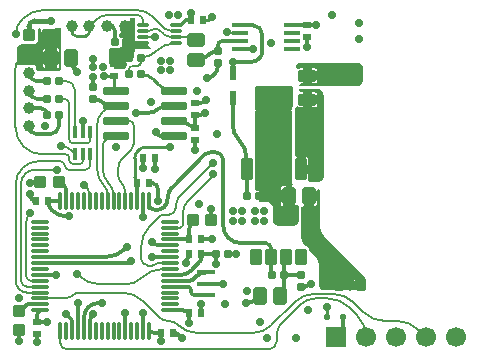
<source format=gtl>
G04 Layer_Physical_Order=1*
G04 Layer_Color=16776960*
%FSLAX43Y43*%
%MOMM*%
G71*
G01*
G75*
%ADD10C,0.300*%
%ADD11C,1.000*%
%ADD12C,1.000*%
%ADD13C,0.200*%
%ADD14C,0.250*%
%ADD15C,0.300*%
%ADD16C,0.200*%
%ADD17C,0.400*%
G04:AMPARAMS|DCode=18|XSize=1.21mm|YSize=1.46mm|CornerRadius=0.151mm|HoleSize=0mm|Usage=FLASHONLY|Rotation=270.000|XOffset=0mm|YOffset=0mm|HoleType=Round|Shape=RoundedRectangle|*
%AMROUNDEDRECTD18*
21,1,1.210,1.157,0,0,270.0*
21,1,0.907,1.460,0,0,270.0*
1,1,0.302,-0.579,-0.454*
1,1,0.302,-0.579,0.454*
1,1,0.302,0.579,0.454*
1,1,0.302,0.579,-0.454*
%
%ADD18ROUNDEDRECTD18*%
G04:AMPARAMS|DCode=19|XSize=0.61mm|YSize=0.6mm|CornerRadius=0.075mm|HoleSize=0mm|Usage=FLASHONLY|Rotation=90.000|XOffset=0mm|YOffset=0mm|HoleType=Round|Shape=RoundedRectangle|*
%AMROUNDEDRECTD19*
21,1,0.610,0.450,0,0,90.0*
21,1,0.460,0.600,0,0,90.0*
1,1,0.150,0.225,0.230*
1,1,0.150,0.225,-0.230*
1,1,0.150,-0.225,-0.230*
1,1,0.150,-0.225,0.230*
%
%ADD19ROUNDEDRECTD19*%
G04:AMPARAMS|DCode=20|XSize=0.61mm|YSize=0.6mm|CornerRadius=0.075mm|HoleSize=0mm|Usage=FLASHONLY|Rotation=0.000|XOffset=0mm|YOffset=0mm|HoleType=Round|Shape=RoundedRectangle|*
%AMROUNDEDRECTD20*
21,1,0.610,0.450,0,0,0.0*
21,1,0.460,0.600,0,0,0.0*
1,1,0.150,0.230,-0.225*
1,1,0.150,-0.230,-0.225*
1,1,0.150,-0.230,0.225*
1,1,0.150,0.230,0.225*
%
%ADD20ROUNDEDRECTD20*%
G04:AMPARAMS|DCode=21|XSize=0.3mm|YSize=1.5mm|CornerRadius=0.037mm|HoleSize=0mm|Usage=FLASHONLY|Rotation=180.000|XOffset=0mm|YOffset=0mm|HoleType=Round|Shape=RoundedRectangle|*
%AMROUNDEDRECTD21*
21,1,0.300,1.425,0,0,180.0*
21,1,0.225,1.500,0,0,180.0*
1,1,0.075,-0.113,0.713*
1,1,0.075,0.113,0.713*
1,1,0.075,0.113,-0.713*
1,1,0.075,-0.113,-0.713*
%
%ADD21ROUNDEDRECTD21*%
G04:AMPARAMS|DCode=22|XSize=0.3mm|YSize=1.5mm|CornerRadius=0.037mm|HoleSize=0mm|Usage=FLASHONLY|Rotation=90.000|XOffset=0mm|YOffset=0mm|HoleType=Round|Shape=RoundedRectangle|*
%AMROUNDEDRECTD22*
21,1,0.300,1.425,0,0,90.0*
21,1,0.225,1.500,0,0,90.0*
1,1,0.075,0.713,0.113*
1,1,0.075,0.713,-0.113*
1,1,0.075,-0.713,-0.113*
1,1,0.075,-0.713,0.113*
%
%ADD22ROUNDEDRECTD22*%
G04:AMPARAMS|DCode=23|XSize=0.4mm|YSize=1.05mm|CornerRadius=0.1mm|HoleSize=0mm|Usage=FLASHONLY|Rotation=0.000|XOffset=0mm|YOffset=0mm|HoleType=Round|Shape=RoundedRectangle|*
%AMROUNDEDRECTD23*
21,1,0.400,0.850,0,0,0.0*
21,1,0.200,1.050,0,0,0.0*
1,1,0.200,0.100,-0.425*
1,1,0.200,-0.100,-0.425*
1,1,0.200,-0.100,0.425*
1,1,0.200,0.100,0.425*
%
%ADD23ROUNDEDRECTD23*%
G04:AMPARAMS|DCode=24|XSize=0.5mm|YSize=0.5mm|CornerRadius=0.063mm|HoleSize=0mm|Usage=FLASHONLY|Rotation=0.000|XOffset=0mm|YOffset=0mm|HoleType=Round|Shape=RoundedRectangle|*
%AMROUNDEDRECTD24*
21,1,0.500,0.375,0,0,0.0*
21,1,0.375,0.500,0,0,0.0*
1,1,0.125,0.188,-0.188*
1,1,0.125,-0.188,-0.188*
1,1,0.125,-0.188,0.188*
1,1,0.125,0.188,0.188*
%
%ADD24ROUNDEDRECTD24*%
G04:AMPARAMS|DCode=25|XSize=0.59mm|YSize=0.6mm|CornerRadius=0.074mm|HoleSize=0mm|Usage=FLASHONLY|Rotation=0.000|XOffset=0mm|YOffset=0mm|HoleType=Round|Shape=RoundedRectangle|*
%AMROUNDEDRECTD25*
21,1,0.590,0.453,0,0,0.0*
21,1,0.443,0.600,0,0,0.0*
1,1,0.147,0.221,-0.226*
1,1,0.147,-0.221,-0.226*
1,1,0.147,-0.221,0.226*
1,1,0.147,0.221,0.226*
%
%ADD25ROUNDEDRECTD25*%
G04:AMPARAMS|DCode=26|XSize=1.21mm|YSize=1.46mm|CornerRadius=0.151mm|HoleSize=0mm|Usage=FLASHONLY|Rotation=180.000|XOffset=0mm|YOffset=0mm|HoleType=Round|Shape=RoundedRectangle|*
%AMROUNDEDRECTD26*
21,1,1.210,1.157,0,0,180.0*
21,1,0.907,1.460,0,0,180.0*
1,1,0.302,-0.454,0.579*
1,1,0.302,0.454,0.579*
1,1,0.302,0.454,-0.579*
1,1,0.302,-0.454,-0.579*
%
%ADD26ROUNDEDRECTD26*%
G04:AMPARAMS|DCode=27|XSize=0.59mm|YSize=0.6mm|CornerRadius=0.074mm|HoleSize=0mm|Usage=FLASHONLY|Rotation=90.000|XOffset=0mm|YOffset=0mm|HoleType=Round|Shape=RoundedRectangle|*
%AMROUNDEDRECTD27*
21,1,0.590,0.453,0,0,90.0*
21,1,0.443,0.600,0,0,90.0*
1,1,0.147,0.226,0.221*
1,1,0.147,0.226,-0.221*
1,1,0.147,-0.226,-0.221*
1,1,0.147,-0.226,0.221*
%
%ADD27ROUNDEDRECTD27*%
G04:AMPARAMS|DCode=28|XSize=0.94mm|YSize=1.03mm|CornerRadius=0.117mm|HoleSize=0mm|Usage=FLASHONLY|Rotation=0.000|XOffset=0mm|YOffset=0mm|HoleType=Round|Shape=RoundedRectangle|*
%AMROUNDEDRECTD28*
21,1,0.940,0.795,0,0,0.0*
21,1,0.705,1.030,0,0,0.0*
1,1,0.235,0.352,-0.398*
1,1,0.235,-0.352,-0.398*
1,1,0.235,-0.352,0.398*
1,1,0.235,0.352,0.398*
%
%ADD28ROUNDEDRECTD28*%
G04:AMPARAMS|DCode=29|XSize=0.94mm|YSize=1.03mm|CornerRadius=0.117mm|HoleSize=0mm|Usage=FLASHONLY|Rotation=90.000|XOffset=0mm|YOffset=0mm|HoleType=Round|Shape=RoundedRectangle|*
%AMROUNDEDRECTD29*
21,1,0.940,0.795,0,0,90.0*
21,1,0.705,1.030,0,0,90.0*
1,1,0.235,0.398,0.352*
1,1,0.235,0.398,-0.352*
1,1,0.235,-0.398,-0.352*
1,1,0.235,-0.398,0.352*
%
%ADD29ROUNDEDRECTD29*%
G04:AMPARAMS|DCode=30|XSize=0.68mm|YSize=2.17mm|CornerRadius=0.085mm|HoleSize=0mm|Usage=FLASHONLY|Rotation=90.000|XOffset=0mm|YOffset=0mm|HoleType=Round|Shape=RoundedRectangle|*
%AMROUNDEDRECTD30*
21,1,0.680,2.000,0,0,90.0*
21,1,0.510,2.170,0,0,90.0*
1,1,0.170,1.000,0.255*
1,1,0.170,1.000,-0.255*
1,1,0.170,-1.000,-0.255*
1,1,0.170,-1.000,0.255*
%
%ADD30ROUNDEDRECTD30*%
G04:AMPARAMS|DCode=31|XSize=1.05mm|YSize=1.07mm|CornerRadius=0.131mm|HoleSize=0mm|Usage=FLASHONLY|Rotation=180.000|XOffset=0mm|YOffset=0mm|HoleType=Round|Shape=RoundedRectangle|*
%AMROUNDEDRECTD31*
21,1,1.050,0.807,0,0,180.0*
21,1,0.787,1.070,0,0,180.0*
1,1,0.263,-0.394,0.404*
1,1,0.263,0.394,0.404*
1,1,0.263,0.394,-0.404*
1,1,0.263,-0.394,-0.404*
%
%ADD31ROUNDEDRECTD31*%
G04:AMPARAMS|DCode=32|XSize=1.53mm|YSize=1.02mm|CornerRadius=0.128mm|HoleSize=0mm|Usage=FLASHONLY|Rotation=0.000|XOffset=0mm|YOffset=0mm|HoleType=Round|Shape=RoundedRectangle|*
%AMROUNDEDRECTD32*
21,1,1.530,0.765,0,0,0.0*
21,1,1.275,1.020,0,0,0.0*
1,1,0.255,0.637,-0.383*
1,1,0.255,-0.637,-0.383*
1,1,0.255,-0.637,0.383*
1,1,0.255,0.637,0.383*
%
%ADD32ROUNDEDRECTD32*%
G04:AMPARAMS|DCode=33|XSize=1.26mm|YSize=0.58mm|CornerRadius=0.072mm|HoleSize=0mm|Usage=FLASHONLY|Rotation=90.000|XOffset=0mm|YOffset=0mm|HoleType=Round|Shape=RoundedRectangle|*
%AMROUNDEDRECTD33*
21,1,1.260,0.435,0,0,90.0*
21,1,1.115,0.580,0,0,90.0*
1,1,0.145,0.217,0.557*
1,1,0.145,0.217,-0.557*
1,1,0.145,-0.217,-0.557*
1,1,0.145,-0.217,0.557*
%
%ADD33ROUNDEDRECTD33*%
G04:AMPARAMS|DCode=34|XSize=0.97mm|YSize=1.85mm|CornerRadius=0.121mm|HoleSize=0mm|Usage=FLASHONLY|Rotation=0.000|XOffset=0mm|YOffset=0mm|HoleType=Round|Shape=RoundedRectangle|*
%AMROUNDEDRECTD34*
21,1,0.970,1.607,0,0,0.0*
21,1,0.728,1.850,0,0,0.0*
1,1,0.242,0.364,-0.804*
1,1,0.242,-0.364,-0.804*
1,1,0.242,-0.364,0.804*
1,1,0.242,0.364,0.804*
%
%ADD34ROUNDEDRECTD34*%
G04:AMPARAMS|DCode=35|XSize=3.27mm|YSize=1.85mm|CornerRadius=0.231mm|HoleSize=0mm|Usage=FLASHONLY|Rotation=0.000|XOffset=0mm|YOffset=0mm|HoleType=Round|Shape=RoundedRectangle|*
%AMROUNDEDRECTD35*
21,1,3.270,1.387,0,0,0.0*
21,1,2.808,1.850,0,0,0.0*
1,1,0.463,1.404,-0.694*
1,1,0.463,-1.404,-0.694*
1,1,0.463,-1.404,0.694*
1,1,0.463,1.404,0.694*
%
%ADD35ROUNDEDRECTD35*%
%ADD36R,1.600X0.300*%
G04:AMPARAMS|DCode=37|XSize=1.372mm|YSize=0.406mm|CornerRadius=0.051mm|HoleSize=0mm|Usage=FLASHONLY|Rotation=0.000|XOffset=0mm|YOffset=0mm|HoleType=Round|Shape=RoundedRectangle|*
%AMROUNDEDRECTD37*
21,1,1.372,0.305,0,0,0.0*
21,1,1.270,0.406,0,0,0.0*
1,1,0.102,0.635,-0.152*
1,1,0.102,-0.635,-0.152*
1,1,0.102,-0.635,0.152*
1,1,0.102,0.635,0.152*
%
%ADD37ROUNDEDRECTD37*%
G04:AMPARAMS|DCode=38|XSize=0.3mm|YSize=1mm|CornerRadius=0.037mm|HoleSize=0mm|Usage=FLASHONLY|Rotation=90.000|XOffset=0mm|YOffset=0mm|HoleType=Round|Shape=RoundedRectangle|*
%AMROUNDEDRECTD38*
21,1,0.300,0.925,0,0,90.0*
21,1,0.225,1.000,0,0,90.0*
1,1,0.075,0.463,0.113*
1,1,0.075,0.463,-0.113*
1,1,0.075,-0.463,-0.113*
1,1,0.075,-0.463,0.113*
%
%ADD38ROUNDEDRECTD38*%
%ADD39C,0.500*%
%ADD40C,1.700*%
%ADD41R,1.700X1.700*%
G04:AMPARAMS|DCode=42|XSize=1mm|YSize=1.4mm|CornerRadius=0.125mm|HoleSize=0mm|Usage=FLASHONLY|Rotation=0.000|XOffset=0mm|YOffset=0mm|HoleType=Round|Shape=RoundedRectangle|*
%AMROUNDEDRECTD42*
21,1,1.000,1.150,0,0,0.0*
21,1,0.750,1.400,0,0,0.0*
1,1,0.250,0.375,-0.575*
1,1,0.250,-0.375,-0.575*
1,1,0.250,-0.375,0.575*
1,1,0.250,0.375,0.575*
%
%ADD42ROUNDEDRECTD42*%
%ADD43C,0.700*%
G36*
X-18755Y7625D02*
X-18644D01*
X-18441Y7541D01*
X-18284Y7384D01*
X-18230Y7253D01*
X-18200Y7070D01*
Y7070D01*
X-18200Y7070D01*
X-18200Y7070D01*
X-18200Y315D01*
Y203D01*
X-18286Y-5D01*
X-18445Y-164D01*
X-18653Y-250D01*
X-19401D01*
X-19513Y-70D01*
X-19514Y-50D01*
X-19499Y22D01*
Y426D01*
X-20089D01*
Y826D01*
X-20489D01*
Y1896D01*
X-20600Y2019D01*
X-20600Y6047D01*
X-20590Y6062D01*
X-20581Y6105D01*
X-20513Y6140D01*
X-20364Y6171D01*
X-20326Y6146D01*
X-20237Y6128D01*
X-20000D01*
Y6742D01*
Y7357D01*
X-20142D01*
X-20282Y7514D01*
X-20292Y7550D01*
X-20276Y7602D01*
X-20219Y7625D01*
X-20125Y7625D01*
X-20125Y7625D01*
X-18755Y7625D01*
D02*
G37*
G36*
X-15375Y9875D02*
X-15276Y9875D01*
X-15092Y9799D01*
X-14951Y9658D01*
X-14910Y9558D01*
X-14875Y9375D01*
Y9375D01*
X-14875Y9375D01*
X-14875Y9375D01*
X-14875Y8375D01*
X-14875Y8276D01*
X-14951Y8092D01*
X-15092Y7951D01*
X-15190Y7911D01*
X-15375Y7875D01*
X-15375Y7875D01*
X-15375Y7875D01*
X-20101Y7875D01*
X-20200Y7875D01*
X-20249Y7895D01*
X-20272Y7948D01*
X-20268Y7972D01*
X-20139Y8143D01*
X-20000D01*
Y8757D01*
Y9372D01*
X-20237D01*
X-20326Y9354D01*
X-20534Y9438D01*
X-20575Y9555D01*
X-20528Y9669D01*
X-20394Y9803D01*
X-20219Y9875D01*
X-20125D01*
X-20125Y9875D01*
X-15375Y9875D01*
D02*
G37*
G36*
X-18500Y-900D02*
X-18500Y-900D01*
X-18500Y-900D01*
X-18500Y-3917D01*
X-18493Y-4055D01*
X-18439Y-4326D01*
X-18334Y-4580D01*
X-18181Y-4810D01*
X-18088Y-4912D01*
X-16477Y-6523D01*
X-14912Y-8088D01*
X-14834Y-8166D01*
X-14713Y-8348D01*
X-14629Y-8551D01*
X-14601Y-8689D01*
X-14586Y-8876D01*
Y-8876D01*
X-14586Y-8876D01*
X-14586Y-8876D01*
X-14586Y-9086D01*
X-14586Y-9168D01*
X-14649Y-9320D01*
X-14765Y-9437D01*
X-14817Y-9458D01*
X-15000Y-9500D01*
X-15372D01*
X-15425Y-9400D01*
X-16575D01*
X-16628Y-9500D01*
X-16699D01*
X-17006Y-9426D01*
X-17452Y-9391D01*
Y-9394D01*
X-18365D01*
X-18530Y-9229D01*
X-18625Y-8999D01*
X-18625Y-8875D01*
X-18625D01*
Y-7319D01*
X-18631Y-7196D01*
X-18679Y-6954D01*
X-18773Y-6726D01*
X-18869Y-6583D01*
X-18910Y-6521D01*
X-18993Y-6430D01*
X-18993Y-6430D01*
X-19458Y-5965D01*
X-19476Y-5873D01*
X-19548Y-5766D01*
X-19656Y-5694D01*
X-19748Y-5676D01*
X-19827Y-5596D01*
X-19961Y-5396D01*
X-20053Y-5173D01*
X-20100Y-4937D01*
Y-4817D01*
X-20100Y-4817D01*
X-20100Y-2405D01*
X-20094Y-2393D01*
X-19914Y-2254D01*
X-19860D01*
Y-1419D01*
X-19460D01*
Y-1019D01*
X-18750D01*
Y-926D01*
X-18592Y-806D01*
X-18589Y-806D01*
X-18500Y-900D01*
D02*
G37*
G36*
X-21900Y5893D02*
X-20996D01*
X-20875Y5793D01*
X-20875Y1475D01*
X-20875Y-244D01*
X-20868Y-319D01*
X-20840Y-384D01*
X-20932Y-562D01*
X-20958Y-584D01*
X-21604D01*
X-21702Y-604D01*
X-21785Y-659D01*
X-21840Y-742D01*
X-21860Y-840D01*
Y-919D01*
X-21150D01*
Y-1419D01*
X-20650D01*
Y-2245D01*
X-20598Y-2235D01*
X-20526Y-2187D01*
X-20465Y-2200D01*
X-20326Y-2256D01*
X-20326Y-3451D01*
X-20326Y-3560D01*
X-20410Y-3762D01*
X-20564Y-3917D01*
X-20688Y-3968D01*
X-20875Y-4000D01*
X-21075Y-4000D01*
X-21975Y-4000D01*
X-22079Y-4000D01*
X-22272Y-3920D01*
X-22420Y-3772D01*
X-22500Y-3579D01*
X-22500Y-3475D01*
X-22500Y-3475D01*
X-22500Y-2450D01*
X-22510Y-2348D01*
X-22588Y-2158D01*
X-22733Y-2013D01*
X-22839Y-1970D01*
X-22844Y-1967D01*
X-22844Y-1967D01*
X-22923Y-1935D01*
X-23025Y-1925D01*
X-23025Y-1925D01*
X-23236Y-1925D01*
X-23240Y-1919D01*
X-23711D01*
Y-1016D01*
X-23941D01*
X-24050Y-834D01*
Y-111D01*
X-24045Y-103D01*
X-24020Y22D01*
Y1630D01*
X-24045Y1755D01*
X-24050Y1763D01*
X-24050Y5756D01*
X-24026Y5790D01*
X-23850Y5902D01*
X-23804Y5893D01*
X-22900D01*
Y6924D01*
X-21900D01*
Y5893D01*
D02*
G37*
G36*
X-34200Y11900D02*
X-34183D01*
X-34166Y11816D01*
X-34113Y11737D01*
X-34062Y11703D01*
X-34062Y11703D01*
X-34035Y11684D01*
X-33942Y11666D01*
X-33480D01*
Y11521D01*
X-33080D01*
Y11259D01*
X-33017D01*
X-32854Y11136D01*
X-32883Y11010D01*
X-34200D01*
Y10806D01*
X-34275Y10757D01*
Y10300D01*
X-34675D01*
Y9900D01*
X-34933D01*
X-34907Y9867D01*
X-34886Y9824D01*
X-34851Y9697D01*
X-34942Y9561D01*
X-34977Y9383D01*
X-35012Y9376D01*
X-35103Y9316D01*
X-35111Y9304D01*
X-35441Y9304D01*
X-35482Y9353D01*
X-35965D01*
Y9753D01*
X-36365D01*
Y10248D01*
X-36400Y10284D01*
Y11004D01*
X-36208Y11115D01*
X-36200Y11115D01*
X-36100Y11095D01*
X-35640D01*
X-35533Y11116D01*
X-35442Y11177D01*
X-35430Y11194D01*
X-35352Y11215D01*
X-35270Y11224D01*
Y11600D01*
Y11868D01*
X-35265Y11893D01*
X-35226Y11951D01*
X-35188Y11976D01*
X-35215Y11970D01*
X-35352Y11985D01*
X-35430Y12006D01*
X-35442Y12023D01*
X-35513Y12071D01*
Y12317D01*
X-35313Y12424D01*
X-35445Y12512D01*
Y12966D01*
X-35045D01*
Y13366D01*
X-34591D01*
X-34612Y13399D01*
X-34633Y13413D01*
X-34573Y13613D01*
X-34200D01*
Y11900D01*
D02*
G37*
G36*
X-40445Y12800D02*
Y9455D01*
X-40445Y9455D01*
X-40445Y9404D01*
X-40484Y9311D01*
X-40556Y9239D01*
X-40649Y9200D01*
X-40700Y9200D01*
X-42366Y9200D01*
X-42402Y9200D01*
X-42468Y9227D01*
X-42518Y9277D01*
X-42545Y9343D01*
X-42545Y9379D01*
X-42545Y9501D01*
X-42545Y9501D01*
X-42545Y9501D01*
X-42549Y9540D01*
X-42578Y9612D01*
X-42578Y9612D01*
X-42582Y9615D01*
X-42633Y9667D01*
X-42705Y9696D01*
X-42744Y9700D01*
X-43129Y9700D01*
X-43175Y9706D01*
X-43221Y9700D01*
X-44145Y9700D01*
X-44145Y10979D01*
X-44145Y10979D01*
X-44133Y11101D01*
X-44073Y11246D01*
X-43941Y11378D01*
X-43767Y11450D01*
X-43674Y11450D01*
X-42705D01*
X-42646Y11456D01*
X-42536Y11501D01*
X-42451Y11586D01*
X-42406Y11695D01*
X-42400Y11755D01*
X-42400Y12670D01*
X-42299Y12772D01*
X-42214Y12772D01*
X-42156Y12690D01*
X-42141Y12663D01*
X-42149Y12623D01*
Y11828D01*
X-42132Y11743D01*
X-42084Y11671D01*
X-42075Y11664D01*
Y12225D01*
X-41575D01*
Y12725D01*
X-40981D01*
X-40955Y12772D01*
X-40927Y12800D01*
X-40445Y12800D01*
D02*
G37*
%LPC*%
G36*
X-19689Y1848D02*
Y1226D01*
X-19499D01*
Y1630D01*
X-19516Y1716D01*
X-19565Y1789D01*
X-19639Y1838D01*
X-19689Y1848D01*
D02*
G37*
G36*
X-18734Y6342D02*
X-19200D01*
Y6128D01*
X-18962D01*
X-18874Y6146D01*
X-18798Y6196D01*
X-18748Y6271D01*
X-18734Y6342D01*
D02*
G37*
G36*
X-18962Y7357D02*
X-19200D01*
Y7142D01*
X-18734D01*
X-18748Y7214D01*
X-18798Y7289D01*
X-18874Y7339D01*
X-18962Y7357D01*
D02*
G37*
G36*
X-15600Y9454D02*
Y9400D01*
X-15546D01*
X-15567Y9433D01*
X-15600Y9454D01*
D02*
G37*
G36*
X-16400D02*
X-16433Y9433D01*
X-16454Y9400D01*
X-16400D01*
Y9454D01*
D02*
G37*
G36*
X-18734Y8357D02*
X-19200D01*
Y8143D01*
X-18962D01*
X-18874Y8161D01*
X-18798Y8211D01*
X-18748Y8286D01*
X-18734Y8357D01*
D02*
G37*
G36*
X-16400Y8600D02*
X-16454D01*
X-16433Y8567D01*
X-16400Y8546D01*
Y8600D01*
D02*
G37*
G36*
X-18962Y9372D02*
X-19200D01*
Y9157D01*
X-18734D01*
X-18748Y9229D01*
X-18798Y9304D01*
X-18874Y9354D01*
X-18962Y9372D01*
D02*
G37*
G36*
X-15546Y8600D02*
X-15600D01*
Y8546D01*
X-15567Y8567D01*
X-15546Y8600D01*
D02*
G37*
G36*
X-15600Y-8546D02*
Y-8600D01*
X-15546D01*
X-15567Y-8567D01*
X-15600Y-8546D01*
D02*
G37*
G36*
X-16400D02*
X-16433Y-8567D01*
X-16454Y-8600D01*
X-16400D01*
Y-8546D01*
D02*
G37*
G36*
X-18750Y-1819D02*
X-19060D01*
Y-2254D01*
X-19006D01*
X-18908Y-2235D01*
X-18825Y-2179D01*
X-18770Y-2096D01*
X-18750Y-1998D01*
Y-1819D01*
D02*
G37*
G36*
X-22900Y1805D02*
X-22923Y1789D01*
X-22972Y1716D01*
X-22989Y1630D01*
Y1326D01*
X-22900D01*
Y1805D01*
D02*
G37*
G36*
X-21900D02*
Y1326D01*
X-21811D01*
Y1630D01*
X-21828Y1716D01*
X-21877Y1789D01*
X-21900Y1805D01*
D02*
G37*
G36*
X-21811Y326D02*
X-21900D01*
Y-153D01*
X-21877Y-137D01*
X-21828Y-64D01*
X-21811Y22D01*
Y326D01*
D02*
G37*
G36*
X-22900D02*
X-22989D01*
Y22D01*
X-22972Y-64D01*
X-22923Y-137D01*
X-22900Y-153D01*
Y326D01*
D02*
G37*
G36*
X-21650Y-1919D02*
X-21860D01*
Y-1998D01*
X-21840Y-2096D01*
X-21785Y-2179D01*
X-21702Y-2235D01*
X-21650Y-2245D01*
Y-1919D01*
D02*
G37*
G36*
X-34591Y12566D02*
X-34645D01*
Y12512D01*
X-34612Y12534D01*
X-34591Y12566D01*
D02*
G37*
G36*
X-41029Y11725D02*
X-41075D01*
Y11664D01*
X-41066Y11671D01*
X-41029Y11725D01*
D02*
G37*
G36*
X-41790Y9750D02*
X-42000D01*
Y9671D01*
X-41980Y9573D01*
X-41925Y9490D01*
X-41842Y9435D01*
X-41790Y9424D01*
Y9750D01*
D02*
G37*
G36*
X-40580D02*
X-40790D01*
Y9424D01*
X-40738Y9435D01*
X-40655Y9490D01*
X-40600Y9573D01*
X-40580Y9671D01*
Y9750D01*
D02*
G37*
G36*
X-40790Y11076D02*
Y10750D01*
X-40580D01*
Y10829D01*
X-40600Y10927D01*
X-40655Y11010D01*
X-40738Y11065D01*
X-40790Y11076D01*
D02*
G37*
G36*
X-41790Y11076D02*
X-41842Y11065D01*
X-41925Y11010D01*
X-41980Y10927D01*
X-42000Y10829D01*
Y10750D01*
X-41790D01*
Y11076D01*
D02*
G37*
%LPD*%
D10*
X-24303Y9950D02*
G03*
X-23411Y10842I0J892D01*
G01*
X-19623Y11239D02*
G03*
X-19600Y11215I24J0D01*
G01*
X-23411Y12239D02*
G03*
X-24200Y13028I-789J0D01*
G01*
X-40000Y-935D02*
G03*
X-40655Y-280I-655J0D01*
G01*
X-41600Y5446D02*
G03*
X-42154Y6000I-554J0D01*
G01*
X-28535Y-6350D02*
G03*
X-28575Y-6390I0J-40D01*
G01*
X-30250Y-8100D02*
G03*
X-29482Y-7782I0J1086D01*
G01*
X-39500Y-12091D02*
G03*
X-39600Y-11850I-341J0D01*
G01*
X-28981Y10127D02*
G03*
X-27857Y10593I0J1589D01*
G01*
X-35870Y12491D02*
G03*
X-36545Y13166I-675J0D01*
G01*
X-43175Y7500D02*
G03*
X-42475Y6800I700J0D01*
G01*
X-43175Y9000D02*
G03*
X-42475Y8300I700J0D01*
G01*
X-29280Y-3480D02*
G03*
X-29595Y-4240I760J-760D01*
G01*
X-33500Y973D02*
G03*
X-33477Y917I80J0D01*
G01*
X-43254Y-10600D02*
G03*
X-43375Y-10650I0J-171D01*
G01*
X-29450Y-9525D02*
G03*
X-29175Y-9800I275J0D01*
G01*
X-29450Y-9375D02*
G03*
X-29725Y-9100I-275J0D01*
G01*
X-40000Y-11350D02*
G03*
X-39929Y-11521I241J0D01*
G01*
X-17165Y-13400D02*
G03*
X-16535Y-12770I0J630D01*
G01*
X-21910Y-9900D02*
G03*
X-21600Y-9590I0J310D01*
G01*
X-44025Y-11200D02*
G03*
X-43854Y-11129I0J241D01*
G01*
X-24800Y-10500D02*
G03*
X-23776Y-10076I0J1449D01*
G01*
X-28620Y-5220D02*
G03*
X-28570Y-5100I-119J119D01*
G01*
X-29546Y-8600D02*
G03*
X-29305Y-8500I0J341D01*
G01*
X-28150Y-7900D02*
G03*
X-29097Y-8292I0J-1340D01*
G01*
X-28646Y-6946D02*
G03*
X-28575Y-6775I-171J171D01*
G01*
X-38146Y-10846D02*
G03*
X-38500Y-11700I854J-854D01*
G01*
X-37376Y-10500D02*
G03*
X-38100Y-10800I0J-1024D01*
G01*
X-29611Y4586D02*
G03*
X-29100Y4374I510J510D01*
G01*
X-29611Y4586D02*
G03*
X-30452Y4934I-842J-842D01*
G01*
X-28641Y5449D02*
G03*
X-28217Y5625I0J601D01*
G01*
X-36920Y6500D02*
G03*
X-37644Y6800I-724J-724D01*
G01*
X-36920Y6500D02*
G03*
X-36196Y6200I724J724D01*
G01*
X-21428Y-6575D02*
G03*
X-21600Y-6747I0J-172D01*
G01*
X-37700Y-11400D02*
G03*
X-38000Y-12124I724J-724D01*
G01*
X-36752Y-6600D02*
G03*
X-34956Y-5856I0J2540D01*
G01*
X-22698Y-8002D02*
G03*
X-22600Y-8100I98J0D01*
G01*
X-26716Y-3924D02*
G03*
X-25240Y-5400I1476J0D01*
G01*
X-22698Y-5802D02*
G03*
X-23100Y-5400I-402J0D01*
G01*
X-26716Y1616D02*
G03*
X-27400Y2300I-684J0D01*
G01*
X-31744Y-2400D02*
G03*
X-31400Y-1570I-830J830D01*
G01*
X-31084Y-736D02*
G03*
X-31400Y-1500I764J-764D01*
G01*
X-32227Y-2600D02*
G03*
X-31744Y-2400I0J683D01*
G01*
X-27769Y2300D02*
G03*
X-28245Y2103I0J-673D01*
G01*
X-33000Y-2129D02*
G03*
X-32529Y-2600I471J0D01*
G01*
X-25886Y4468D02*
G03*
X-25450Y3415I1489J0D01*
G01*
X-24711Y1631D02*
G03*
X-25450Y3415I-2523J0D01*
G01*
X-27255Y10842D02*
G03*
X-27857Y10593I0J-852D01*
G01*
X-26768Y11707D02*
G03*
X-27175Y11300I0J-407D01*
G01*
X-42250Y-11100D02*
G03*
X-42500Y-11704I604J-604D01*
G01*
X-41550Y-1850D02*
G03*
X-41232Y-2618I1086J0D01*
G01*
D02*
G03*
X-39948Y-3150I1284J1284D01*
G01*
X-33000Y-12850D02*
G03*
X-32529Y-13045I471J471D01*
G01*
X-29595Y-11325D02*
G03*
X-30138Y-11100I-543J-543D01*
G01*
X-19783Y-9100D02*
G03*
X-19300Y-8900I0J683D01*
G01*
X-28581Y6474D02*
G03*
X-28217Y6625I0J515D01*
G01*
X-28121Y8592D02*
G03*
X-28066Y8594I0J946D01*
G01*
D02*
G03*
X-27175Y9539I-55J945D01*
G01*
X-43100Y-1325D02*
G03*
X-42575Y-1850I525J0D01*
G01*
X-43080Y-280D02*
G03*
X-43100Y-300I0J-20D01*
G01*
X-43175Y4500D02*
G03*
X-42475Y3800I700J0D01*
G01*
X-32776Y-5300D02*
G03*
X-32052Y-5600I724J724D01*
G01*
X-41400Y3800D02*
G03*
X-40600Y4600I0J800D01*
G01*
X-32243Y-789D02*
G03*
X-32682Y-350I-439J0D01*
G01*
X-33113Y5600D02*
G03*
X-32147Y6000I0J1366D01*
G01*
X-32475Y905D02*
G03*
X-32450Y845I85J0D01*
G01*
X-32400Y4000D02*
G03*
X-32064Y3664I336J0D01*
G01*
X-31654Y6204D02*
G03*
X-32147Y6000I0J-697D01*
G01*
X-25886Y8955D02*
Y9950D01*
X-24303D01*
X-23411Y10842D02*
Y12239D01*
X-25886Y8755D02*
Y8955D01*
X-19623Y11239D02*
Y12003D01*
X-20891Y13028D02*
X-18844D01*
X-18835Y13038D01*
X-25259Y13028D02*
X-24200D01*
X-40000Y-1850D02*
Y-935D01*
X-38600Y3963D02*
Y4953D01*
X-38600Y3963D02*
X-38600Y3963D01*
X-43175Y6000D02*
X-42154D01*
X-28535Y-6350D02*
X-27325D01*
X-28575Y-6775D02*
Y-6390D01*
X-29482Y-7782D02*
X-28646Y-6946D01*
X-31250Y-8100D02*
X-30250D01*
X-42250Y-8100D02*
X-40912D01*
X-42250Y-8100D02*
X-42250Y-8100D01*
X-43200Y12200D02*
X-43175Y12225D01*
X-39500Y-12850D02*
Y-12091D01*
X-35870Y11600D02*
Y12491D01*
X-36545Y12966D02*
X-36500Y12921D01*
X-42475Y6800D02*
X-41600D01*
X-42475Y8300D02*
X-41600D01*
X-29595Y-5100D02*
Y-4240D01*
X-33500Y973D02*
Y1800D01*
X-43254Y-10600D02*
X-42250D01*
X-43375Y-10650D02*
X-43375Y-10650D01*
X-43854Y-11129D02*
X-43375Y-10650D01*
X-27325Y-7183D02*
X-27325Y-6350D01*
X-29450Y-9525D02*
Y-9375D01*
X-29175Y-9800D02*
X-28150D01*
X-31250Y-9100D02*
X-29725D01*
X-32000Y-13683D02*
Y-13050D01*
X-32005Y-13045D02*
X-32000Y-13050D01*
X-39000Y-12850D02*
Y-10500D01*
X-39000Y-10500D02*
X-39000Y-10500D01*
X-39500Y-12850D02*
X-39500Y-12850D01*
X-21600Y-9590D02*
Y-8100D01*
X-37700Y7800D02*
X-37700Y8683D01*
X-27760Y-3440D02*
X-27760Y-2557D01*
X-29100Y5449D02*
Y5449D01*
Y5449D01*
X-29100Y5449D02*
X-29100Y5449D01*
X-29100Y5449D02*
X-29100D01*
X-21600Y-8100D02*
X-20158D01*
X-42500Y-12095D02*
X-41617Y-12095D01*
X-28570Y-5100D02*
X-27687Y-5100D01*
X-31250Y-5100D02*
X-29595D01*
X-28150Y-8850D02*
X-26700D01*
X-44025Y-13683D02*
X-44025Y-12800D01*
X-35000Y-12850D02*
X-35000Y-11324D01*
X-33500Y-12850D02*
X-33500Y-11324D01*
X-16535Y-12770D02*
Y-11700D01*
X-28570Y-11325D02*
X-28545Y-11300D01*
X-28581Y-11264D02*
Y-10600D01*
X-23776Y-10076D02*
X-23600Y-9900D01*
X-42500Y-13120D02*
X-42500Y-13120D01*
X-42500Y-13800D02*
Y-13120D01*
X-25650Y-6350D02*
X-25650Y-6350D01*
X-29620Y-6375D02*
X-29588Y-6413D01*
X-31250Y-8600D02*
X-29546D01*
X-29305Y-8500D02*
X-29097Y-8292D01*
X-29868Y-7056D02*
X-29620Y-6375D01*
X-38500Y-12850D02*
Y-11700D01*
X-38146Y-10846D02*
X-38100Y-10800D01*
X-33500Y-2231D02*
X-33500D01*
Y-3176D02*
Y-2231D01*
Y-3276D02*
Y-3176D01*
X-40600Y4600D02*
Y5446D01*
X-30890Y4934D02*
X-30452D01*
X-29100Y4374D02*
Y5449D01*
Y5449D02*
X-28641D01*
X-42250Y-6600D02*
X-36752D01*
X-38000Y-12850D02*
Y-12124D01*
X-42250Y-7100D02*
X-34700D01*
X-37700Y6800D02*
X-37644D01*
X-36196Y6200D02*
X-35867D01*
X-21600Y-8100D02*
Y-6747D01*
X-32776Y-6600D02*
X-31250D01*
X-34700Y-7100D02*
X-34500Y-6900D01*
X-34369D01*
X-37376Y-10500D02*
X-37000D01*
X-40025Y-11425D02*
X-39600Y-11850D01*
X-28067Y8592D02*
X-28000Y8525D01*
X-27175Y9539D02*
Y9842D01*
X-28161Y6700D02*
X-28152Y6690D01*
X-28200Y6700D02*
X-28161D01*
X-29481Y13436D02*
Y14099D01*
X-29482Y14100D02*
X-29481Y14099D01*
X-30680Y13021D02*
X-30254D01*
X-29839Y13436D01*
X-29481D01*
X-34956Y-5856D02*
X-34878Y-5778D01*
X-33000Y-2129D02*
Y-1850D01*
X-22698Y-8102D02*
Y-8002D01*
Y-6575D01*
Y-5802D01*
X-25240Y-5400D02*
X-23100D01*
X-29100Y2431D02*
X-29100Y2432D01*
Y3349D01*
X-26716Y-3924D02*
Y1616D01*
X-31400Y-1570D02*
Y-1500D01*
X-31084Y-736D02*
X-28245Y2103D01*
X-27769Y2300D02*
X-27400D01*
X-32529Y-2600D02*
X-32227D01*
X-24711Y-1419D02*
Y826D01*
X-25886Y4468D02*
Y6899D01*
X-24711Y826D02*
Y1631D01*
X-27255Y10842D02*
X-27175D01*
Y11300D01*
X-26768Y11707D02*
X-25559D01*
X-42500Y-12095D02*
Y-11704D01*
X-39948Y-3150D02*
X-39754D01*
X-41550Y-1850D02*
X-40500D01*
X-34000Y-1850D02*
Y-350D01*
X-32529Y-13045D02*
X-32005D01*
X-29595Y-12208D02*
X-29595Y-11325D01*
X-31250Y-11100D02*
X-30138D01*
X-20158Y-9100D02*
X-19783D01*
X-29100Y6474D02*
X-28581D01*
X-28217Y6625D02*
X-28217Y6625D01*
X-28152Y6690D01*
X-26375Y-6350D02*
X-25650D01*
X-28121Y8592D02*
Y8765D01*
Y8592D02*
X-28067D01*
X-28066Y8594D01*
X-28121Y8592D02*
X-28000Y8714D01*
X-28066Y8594D02*
X-28000Y8660D01*
X-42699Y-1974D02*
X-42575Y-1850D01*
X-43100Y-1325D02*
Y-1292D01*
X-43080Y-280D02*
X-42255D01*
X-32975Y-350D02*
X-32682D01*
X-42475Y3800D02*
X-41400D01*
X-39600Y10250D02*
X-39550Y10300D01*
X-34100Y5600D02*
X-33113D01*
X-28581Y-11264D02*
X-28545Y-11300D01*
X-32052Y-5600D02*
X-31250D01*
X-32243Y-1819D02*
Y-789D01*
X-32475Y905D02*
Y1800D01*
X-32064Y3664D02*
X-30890D01*
X-31654Y6204D02*
X-30890D01*
X-25259Y11047D02*
X-24200D01*
D11*
X-21975Y2105D02*
G03*
X-21600Y1200I1280J0D01*
G01*
X-21911Y-125D02*
G03*
X-21900Y-153I39J0D01*
G01*
X-22761Y-45D02*
G03*
X-22400Y826I-871J871D01*
G01*
X-23500Y6000D02*
G03*
X-23200Y6124I0J424D01*
G01*
X-21496Y6020D02*
G03*
X-21400Y5980I96J96D01*
G01*
X-21911Y-125D02*
Y783D01*
X-21975Y2105D02*
Y2300D01*
X-23200Y6124D02*
X-22400Y6924D01*
X-23200Y6124D02*
X-23200Y6124D01*
X-21496Y6020D02*
X-21496Y6020D01*
X-22400Y6924D02*
X-21496Y6020D01*
X-23291Y1632D02*
X-22962Y1303D01*
X-23391Y1632D02*
X-23291Y1632D01*
D12*
X-23200Y6124D02*
D03*
X-21496Y6020D02*
D03*
X-16000Y9000D02*
D03*
Y-9000D02*
D03*
X-35045Y12966D02*
D03*
X-36545D02*
D03*
X-39545D02*
D03*
X-38045D02*
D03*
X-43175Y4500D02*
D03*
Y6000D02*
D03*
Y7500D02*
D03*
Y10500D02*
D03*
Y9000D02*
D03*
D13*
X-26400Y12468D02*
G03*
X-26159Y12368I241J241D01*
G01*
X-40100Y1100D02*
G03*
X-40524Y1524I-424J0D01*
G01*
X-38400Y800D02*
G03*
X-37950Y1250I0J450D01*
G01*
X-40100Y1100D02*
G03*
X-39800Y800I300J0D01*
G01*
X-42342Y1524D02*
G03*
X-44277Y-411I0J-1935D01*
G01*
Y-8623D02*
G03*
X-43300Y-9600I977J0D01*
G01*
X-39569Y2432D02*
G03*
X-40458Y2800I-889J-889D01*
G01*
X-42641Y800D02*
G03*
X-43832Y-391I0J-1191D01*
G01*
Y-8568D02*
G03*
X-43300Y-9100I532J0D01*
G01*
X-43050Y-2850D02*
G03*
X-43400Y-3695I845J-845D01*
G01*
Y-8200D02*
G03*
X-43000Y-8600I400J0D01*
G01*
X-30728Y11521D02*
G03*
X-32401Y10828I0J-2366D01*
G01*
X-33675Y10300D02*
G03*
X-32401Y10828I0J1802D01*
G01*
X-33675Y10300D02*
G03*
X-33700Y10275I0J-25D01*
G01*
X-33931Y9612D02*
G03*
X-33700Y9842I0J231D01*
G01*
X-34400Y9612D02*
G03*
X-34675Y9337I0J-275D01*
G01*
X-39300Y4013D02*
G03*
X-39250Y3963I50J0D01*
G01*
X-39300Y7625D02*
G03*
X-39975Y8300I-675J0D01*
G01*
X-38262Y3038D02*
G03*
X-37950Y3349I0J312D01*
G01*
X-39770Y3408D02*
G03*
X-39400Y3038I370J0D01*
G01*
X-39770Y6400D02*
G03*
X-40170Y6800I-400J0D01*
G01*
X-35831Y3469D02*
G03*
X-35750Y3664I-195J195D01*
G01*
X-36900Y800D02*
G03*
X-36440Y-310I1569J0D01*
G01*
X-36757Y3247D02*
G03*
X-36900Y2901I346J-346D01*
G01*
X-36000Y-1316D02*
G03*
X-36400Y-350I-1366J0D01*
G01*
X-35750Y3664D02*
G03*
X-36757Y3247I0J-1424D01*
G01*
X-40500Y-13875D02*
G03*
X-39975Y-14400I525J0D01*
G01*
X-22857D02*
G03*
X-22374Y-14200I0J683D01*
G01*
D02*
G03*
X-22150Y-13660I-540J540D01*
G01*
X-21911Y-12324D02*
G03*
X-22150Y-12900I577J-576D01*
G01*
X-14625Y-13327D02*
G03*
X-15369Y-11531I-2540J0D01*
G01*
X-18910Y-10100D02*
G03*
X-20237Y-10650I0J-1877D01*
G01*
X-16056Y-10844D02*
G03*
X-17852Y-10100I-1796J-1796D01*
G01*
X-32147Y-11691D02*
G03*
X-31400Y-12000I747J747D01*
G01*
X-30495Y-12375D02*
G03*
X-31400Y-12000I-905J-905D01*
G01*
X-30495Y-12375D02*
G03*
X-28986Y-13000I1509J1509D01*
G01*
X-40033Y-10100D02*
G03*
X-39550Y-9900I0J683D01*
G01*
X-33494Y-10344D02*
G03*
X-35290Y-9600I-1796J-1796D01*
G01*
X-38826D02*
G03*
X-39550Y-9900I0J-1024D01*
G01*
X-24159Y-13000D02*
G03*
X-22650Y-12375I0J2135D01*
G01*
X-10201Y-12744D02*
G03*
X-11997Y-12000I-1796J-1796D01*
G01*
X-15656Y-10444D02*
G03*
X-17452Y-9700I-1796J-1796D01*
G01*
X-18923D02*
G03*
X-20719Y-10444I0J-2540D01*
G01*
X-14844Y-11256D02*
G03*
X-13048Y-12000I1796J1796D01*
G01*
X-34300Y4600D02*
G03*
X-34634Y4934I-334J0D01*
G01*
X-34500Y2500D02*
G03*
X-34300Y2983I-483J483D01*
G01*
X-35282Y1718D02*
G03*
X-35600Y950I768J-768D01*
G01*
Y304D02*
G03*
X-35350Y-300I854J0D01*
G01*
X-35000Y-1145D02*
G03*
X-35350Y-300I-1195J0D01*
G01*
X-38000Y-1271D02*
G03*
X-38234Y-705I-800J0D01*
G01*
X-37400Y881D02*
G03*
X-36820Y-520I1981J0D01*
G01*
X-36895Y5730D02*
G03*
X-37400Y4511I1219J-1219D01*
G01*
X-36500Y-1292D02*
G03*
X-36820Y-520I-1092J0D01*
G01*
X-35867Y6200D02*
G03*
X-36895Y5730I117J-1615D01*
G01*
X-38944Y-8156D02*
G03*
X-37148Y-8900I1796J1796D01*
G01*
X-34961D02*
G03*
X-33619Y-8344I0J1898D01*
G01*
X-31823Y-7600D02*
G03*
X-33619Y-8344I0J-2540D01*
G01*
X-36384Y13919D02*
G03*
X-37594Y13418I0J-1710D01*
G01*
X-33480Y13416D02*
G03*
X-33982Y13919I-502J0D01*
G01*
X-31744Y12250D02*
G03*
X-31190Y12021I554J554D01*
G01*
X-32118Y12624D02*
G03*
X-32318Y12707I-200J-200D01*
G01*
X-32612D02*
G03*
X-32833Y12615I0J-313D01*
G01*
X-33061Y12521D02*
G03*
X-32833Y12615I0J323D01*
G01*
X-31638Y12751D02*
G03*
X-31081Y12521I556J556D01*
G01*
X-32575Y13688D02*
G03*
X-34151Y14341I-1576J-1576D01*
G01*
X-41872D02*
G03*
X-43668Y13597I0J-2540D01*
G01*
X-43761Y13505D02*
G03*
X-44277Y12261I1245J-1245D01*
G01*
D02*
G03*
X-44277Y12259I1761J-2D01*
G01*
X-27583Y321D02*
G03*
X-27550Y400I-79J79D01*
G01*
X-33675Y-6700D02*
G03*
X-33056Y-7319I619J0D01*
G01*
X-32737D02*
G03*
X-32450Y-7200I0J406D01*
G01*
X-32209Y-7100D02*
G03*
X-32450Y-7200I0J-341D01*
G01*
X-32931Y-3979D02*
G03*
X-33675Y-5775I1796J-1796D01*
G01*
X-31812Y-3011D02*
G03*
X-32071Y-3119I0J-367D01*
G01*
X-31334Y-3011D02*
G03*
X-30728Y-2405I0J606D01*
G01*
X-30500Y-1595D02*
G03*
X-30728Y-2145I550J-550D01*
G01*
X-28154Y751D02*
G03*
X-28155Y750I151J-151D01*
G01*
X-30405Y-4100D02*
G03*
X-30105Y-3800I0J300D01*
G01*
X-29700Y-1819D02*
G03*
X-30105Y-2797I978J-978D01*
G01*
X-27599Y282D02*
G03*
X-27583Y321I-39J39D01*
G01*
X-44300Y4400D02*
G03*
X-42000Y2100I2300J0D01*
G01*
X-39750Y1630D02*
G03*
X-39408Y1288I342J0D01*
G01*
X-39750Y1817D02*
G03*
X-40033Y2100I-283J0D01*
G01*
X-43175Y10500D02*
G03*
X-44300Y9375I0J-1125D01*
G01*
X-38826Y1288D02*
G03*
X-38600Y1513I0J226D01*
G01*
X-26159Y12368D02*
X-25259D01*
X-39800Y800D02*
X-38400D01*
X-42342Y1524D02*
X-40524D01*
X-44277Y-8623D02*
Y-411D01*
X-43300Y-9600D02*
X-42250D01*
X-39569Y2432D02*
X-39250Y2113D01*
X-43832Y-8568D02*
Y-391D01*
X-43300Y-9100D02*
X-42250D01*
X-42641Y800D02*
X-40800D01*
X-38600Y1513D02*
Y2113D01*
X-43050Y-2850D02*
X-43000Y-2800D01*
X-43000Y-8600D02*
X-42250D01*
X-43400Y-8200D02*
Y-3695D01*
X-30728Y11521D02*
X-30680D01*
X-33700Y9842D02*
Y10275D01*
X-34400Y9612D02*
X-33931D01*
X-34675Y8892D02*
Y9337D01*
X-28981Y11817D02*
Y12021D01*
X-39300Y4013D02*
Y7625D01*
X-40600Y8300D02*
X-39975D01*
X-39770Y3408D02*
Y6400D01*
X-39400Y3038D02*
X-38262D01*
X-40600Y6800D02*
X-40170D01*
X-37950Y3349D02*
Y3963D01*
Y1250D02*
Y2113D01*
X-36757Y3247D02*
X-36757Y3247D01*
X-36000Y-1850D02*
Y-1316D01*
X-36440Y-310D02*
X-36400Y-350D01*
X-39975Y-14400D02*
X-22857D01*
X-40500Y-13875D02*
Y-12850D01*
X-14625Y-13400D02*
Y-13327D01*
X-21911Y-12324D02*
X-21911Y-12324D01*
X-20237Y-10650D01*
X-16056Y-10844D02*
X-15369Y-11531D01*
X-18910Y-10100D02*
X-17852D01*
X-33494Y-10344D02*
X-32147Y-11691D01*
X-28986Y-13000D02*
X-24159D01*
X-42250Y-10100D02*
X-40033D01*
X-38826Y-9600D02*
X-35290D01*
X-22650Y-12375D02*
X-20719Y-10444D01*
X-10201Y-12744D02*
X-9545Y-13400D01*
X-18923Y-9700D02*
X-17452D01*
X-13048Y-12000D02*
X-11997D01*
X-15656Y-10444D02*
X-14844Y-11256D01*
X-22150Y-13660D02*
Y-12900D01*
X-36900Y800D02*
Y2901D01*
X-34300Y2983D02*
Y4600D01*
X-35000Y-1850D02*
Y-1145D01*
X-35750Y4934D02*
X-34634D01*
X-35282Y1718D02*
X-34500Y2500D01*
X-35600Y304D02*
Y950D01*
X-38480Y-459D02*
X-38480Y-459D01*
X-38234Y-705D01*
X-38000Y-1850D02*
Y-1271D01*
X-37400Y881D02*
Y4511D01*
X-36500Y-1850D02*
Y-1292D01*
X-37148Y-8900D02*
X-34961D01*
X-31823Y-7600D02*
X-31250D01*
X-38045Y12966D02*
X-37594Y13418D01*
X-36384Y13919D02*
X-33982D01*
X-33480Y13021D02*
Y13416D01*
X-32505Y12021D02*
X-32501Y12025D01*
X-33480Y12021D02*
X-32505D01*
X-32118Y12624D02*
X-31744Y12250D01*
X-31190Y12021D02*
X-30680D01*
X-28981D01*
X-32612Y12707D02*
X-32318D01*
X-33480Y12521D02*
X-33061D01*
X-31081Y12521D02*
X-30680D01*
X-32575Y13688D02*
X-31638Y12751D01*
X-41872Y14341D02*
X-34151D01*
X-43761Y13505D02*
X-43668Y13597D01*
X-33056Y-7319D02*
X-32737D01*
X-33675Y-6700D02*
Y-5775D01*
X-32209Y-7100D02*
X-31250D01*
X-32931Y-3979D02*
X-32071Y-3119D01*
X-31812Y-3011D02*
X-31334D01*
X-30728Y-2405D02*
Y-2145D01*
X-30500Y-1595D02*
X-28155Y750D01*
X-28154Y751D01*
X-27550Y1355D01*
X-31250Y-4100D02*
X-30405D01*
X-30105Y-3800D02*
Y-2797D01*
X-29700Y-1819D02*
X-27599Y282D01*
X-27599Y282D01*
X-39750Y1630D02*
Y1817D01*
X-42000Y2100D02*
X-40033D01*
X-44300Y4400D02*
Y9375D01*
X-39408Y1288D02*
X-38826D01*
D14*
X-38370Y12125D02*
G03*
X-38045Y12450I0J325D01*
G01*
X-39545Y12495D02*
G03*
X-39175Y12125I370J0D01*
G01*
X-32229Y8029D02*
G03*
X-30890Y7474I1339J1339D01*
G01*
X-32680Y8480D02*
G03*
X-33675Y8892I-995J-995D01*
G01*
D02*
G03*
X-33700Y8867I0J-25D01*
G01*
X-34200Y133D02*
G03*
X-34000Y-350I683J0D01*
G01*
X-33939Y2410D02*
G03*
X-34200Y1781I629J-629D01*
G01*
X-33270Y2700D02*
G03*
X-33918Y2431I0J-917D01*
G01*
X-35965Y7993D02*
G03*
X-35750Y7474I734J0D01*
G01*
X-39545Y12495D02*
Y12966D01*
X-39175Y12125D02*
X-38370D01*
X-38045Y12450D02*
Y12966D01*
X-17935Y-11700D02*
Y-10844D01*
X-36783Y8728D02*
X-35965D01*
X-35965Y8728D01*
X-32680Y8480D02*
X-32229Y8029D01*
X-28456Y13436D02*
X-27964D01*
X-27700Y13700D01*
X-34200Y133D02*
Y1781D01*
X-33939Y2410D02*
X-33918Y2431D01*
X-33270Y2700D02*
X-31211D01*
X-35965Y7993D02*
Y8728D01*
D15*
X-43375Y-10650D02*
D03*
X-28217Y6625D02*
D03*
D16*
X-21911Y-12324D02*
D03*
X-38480Y-459D02*
D03*
X-27599Y282D02*
D03*
D17*
X-42675Y13400D02*
G03*
X-43175Y12900I0J-500D01*
G01*
X-39600Y10250D02*
G03*
X-39140Y9140I1569J0D01*
G01*
X-30363Y-13301D02*
G03*
X-30980Y-13045I-617J-617D01*
G01*
X-39140Y9140D02*
X-39100Y9100D01*
X-43175Y12225D02*
X-43175D01*
Y12900D01*
X-42675Y13400D02*
X-41300D01*
X-30363Y-13301D02*
X-30231Y-13433D01*
D18*
X-28981Y11817D02*
D03*
X-28981Y10127D02*
D03*
D19*
X-27175Y10842D02*
D03*
Y9842D02*
D03*
X-37700Y7800D02*
D03*
Y6800D02*
D03*
X-20158Y-8100D02*
D03*
Y-9100D02*
D03*
D20*
X-33675Y10300D02*
D03*
X-34675Y10300D02*
D03*
X-33675Y8892D02*
D03*
X-34675D02*
D03*
X-34870Y11600D02*
D03*
X-35870D02*
D03*
X-27325Y-6350D02*
D03*
X-26325D02*
D03*
X-23711Y-1419D02*
D03*
X-24711D02*
D03*
X-41600Y5446D02*
D03*
X-40600D02*
D03*
X-41600Y8300D02*
D03*
X-40600D02*
D03*
X-41600Y6800D02*
D03*
X-40600D02*
D03*
X-22600Y-8100D02*
D03*
X-21600D02*
D03*
D21*
X-33000Y-12850D02*
D03*
X-33500Y-12850D02*
D03*
X-34000D02*
D03*
X-34500D02*
D03*
X-35000Y-12850D02*
D03*
X-35500Y-12850D02*
D03*
X-36000Y-12850D02*
D03*
X-36500D02*
D03*
X-37000Y-12850D02*
D03*
X-37500Y-12850D02*
D03*
X-38000Y-12850D02*
D03*
X-38500Y-12850D02*
D03*
X-39000Y-12850D02*
D03*
X-39500D02*
D03*
X-40000Y-12850D02*
D03*
X-40500D02*
D03*
X-40500Y-1850D02*
D03*
X-40000Y-1850D02*
D03*
X-39500Y-1850D02*
D03*
X-39000Y-1850D02*
D03*
X-38500D02*
D03*
X-38000Y-1850D02*
D03*
X-37500Y-1850D02*
D03*
X-37000Y-1850D02*
D03*
X-36500Y-1850D02*
D03*
X-36000Y-1850D02*
D03*
X-35500Y-1850D02*
D03*
X-35000Y-1850D02*
D03*
X-34500D02*
D03*
X-34000Y-1850D02*
D03*
X-33500D02*
D03*
X-33000Y-1850D02*
D03*
D22*
X-42250Y-11100D02*
D03*
X-42250Y-10600D02*
D03*
X-42250Y-10100D02*
D03*
X-42250Y-9600D02*
D03*
X-42250Y-9100D02*
D03*
X-42250Y-8600D02*
D03*
X-42250Y-8100D02*
D03*
X-42250Y-7600D02*
D03*
X-42250Y-7100D02*
D03*
X-42250Y-6600D02*
D03*
X-42250Y-6100D02*
D03*
X-42250Y-5600D02*
D03*
X-42250Y-5100D02*
D03*
X-42250Y-4600D02*
D03*
X-42250Y-4100D02*
D03*
X-42250Y-3600D02*
D03*
X-31250Y-3600D02*
D03*
X-31250Y-4100D02*
D03*
X-31250Y-4600D02*
D03*
X-31250Y-5100D02*
D03*
X-31250Y-5600D02*
D03*
X-31250Y-6100D02*
D03*
X-31250Y-6600D02*
D03*
X-31250Y-7100D02*
D03*
X-31250Y-7600D02*
D03*
X-31250Y-8100D02*
D03*
X-31250Y-8600D02*
D03*
X-31250Y-9100D02*
D03*
X-31250Y-9600D02*
D03*
X-31250Y-10100D02*
D03*
X-31250Y-10600D02*
D03*
X-31250Y-11100D02*
D03*
D23*
X-39250Y2113D02*
D03*
X-37950D02*
D03*
X-39250Y3963D02*
D03*
X-38600D02*
D03*
X-37950D02*
D03*
X-38600Y2113D02*
D03*
D24*
X-16535Y-11700D02*
D03*
X-17935Y-11700D02*
D03*
D25*
X-32475Y1800D02*
D03*
X-33500Y1800D02*
D03*
X-28595Y-6375D02*
D03*
X-29620Y-6375D02*
D03*
X-29595Y-5100D02*
D03*
X-28570Y-5100D02*
D03*
X-29595Y-11325D02*
D03*
X-28570D02*
D03*
X-34000Y-350D02*
D03*
X-32975D02*
D03*
X-32005Y-13045D02*
D03*
X-30980D02*
D03*
X-41550Y-1850D02*
D03*
X-42575Y-1850D02*
D03*
X-28456Y13436D02*
D03*
X-29481Y13436D02*
D03*
D26*
X-19460Y-1419D02*
D03*
X-21150Y-1419D02*
D03*
X-39600Y10250D02*
D03*
X-41290D02*
D03*
X-23600Y-9900D02*
D03*
X-21910Y-9900D02*
D03*
D27*
X-19623Y13028D02*
D03*
X-19623Y12003D02*
D03*
X-29100Y3349D02*
D03*
Y4374D02*
D03*
X-35965Y9753D02*
D03*
X-35965Y8728D02*
D03*
X-29100Y5449D02*
D03*
X-29100Y6474D02*
D03*
X-42500Y-12095D02*
D03*
X-42500Y-13120D02*
D03*
D28*
X-43175Y12225D02*
D03*
X-41575D02*
D03*
X-42255Y-280D02*
D03*
X-40655Y-280D02*
D03*
D29*
X-44025Y-12800D02*
D03*
X-44025Y-11200D02*
D03*
D30*
X-35750Y7474D02*
D03*
X-35750Y6204D02*
D03*
X-35750Y4934D02*
D03*
X-35750Y3664D02*
D03*
X-30890Y7474D02*
D03*
X-30890Y6204D02*
D03*
X-30890Y4934D02*
D03*
X-30890Y3664D02*
D03*
D31*
X-27760Y-3480D02*
D03*
X-29280Y-3480D02*
D03*
D32*
X-19600Y6742D02*
D03*
X-19600Y8757D02*
D03*
D33*
X-25886Y8955D02*
D03*
X-25886Y6895D02*
D03*
D34*
X-24711Y826D02*
D03*
X-22400Y826D02*
D03*
X-20089Y826D02*
D03*
D35*
X-22400Y6924D02*
D03*
D36*
X-28150Y-7900D02*
D03*
Y-8850D02*
D03*
Y-9800D02*
D03*
D37*
X-25259Y13028D02*
D03*
X-25259Y12368D02*
D03*
X-25259Y11707D02*
D03*
Y11047D02*
D03*
X-20891Y11047D02*
D03*
Y11707D02*
D03*
X-20891Y12368D02*
D03*
X-20891Y13028D02*
D03*
D38*
X-33480Y13021D02*
D03*
X-33480Y12521D02*
D03*
X-33480Y12021D02*
D03*
X-33480Y11521D02*
D03*
X-30680Y13021D02*
D03*
X-30680Y12521D02*
D03*
X-30680Y12021D02*
D03*
X-30680Y11521D02*
D03*
D39*
X-21150Y-1419D02*
Y-82D01*
X-42075Y12225D02*
X-41575D01*
D40*
X-7005Y-13400D02*
D03*
X-12085Y-13400D02*
D03*
X-14625Y-13400D02*
D03*
X-9545Y-13400D02*
D03*
D41*
X-17165Y-13400D02*
D03*
D42*
X-23968Y-6575D02*
D03*
X-20158D02*
D03*
X-22698D02*
D03*
X-21428D02*
D03*
D43*
X-25886Y9950D02*
D03*
X-24200Y11047D02*
D03*
X-26400Y12468D02*
D03*
X-19600Y11215D02*
D03*
X-18835Y13038D02*
D03*
X-40800Y800D02*
D03*
X-43100Y-300D02*
D03*
X-40458Y2800D02*
D03*
X-38600Y4953D02*
D03*
X-41818Y4517D02*
D03*
X-31331Y13900D02*
D03*
X-30575Y13919D02*
D03*
X-40912Y-8100D02*
D03*
X-36895Y9501D02*
D03*
X-32000Y9275D02*
D03*
Y10000D02*
D03*
X-31211D02*
D03*
Y9275D02*
D03*
X-27208Y3848D02*
D03*
X-39754Y-3150D02*
D03*
X-28800Y-2096D02*
D03*
X-38480Y-459D02*
D03*
X-27325Y-7183D02*
D03*
X-26543Y-10575D02*
D03*
X-43050Y-2850D02*
D03*
X-43100Y-1292D02*
D03*
X-19300Y-8900D02*
D03*
X-32000Y-13683D02*
D03*
X-30231Y-13433D02*
D03*
X-39000Y-10500D02*
D03*
X-37700Y-11400D02*
D03*
X-37000Y-10500D02*
D03*
X-40000Y-11400D02*
D03*
X-37700Y8683D02*
D03*
X-27760Y-2557D02*
D03*
X-21625Y-2725D02*
D03*
X-20875D02*
D03*
Y-3500D02*
D03*
X-21625D02*
D03*
X-24000D02*
D03*
X-23250D02*
D03*
Y-2725D02*
D03*
X-24000D02*
D03*
X-19658Y-3500D02*
D03*
X-18908D02*
D03*
Y-2725D02*
D03*
X-19658D02*
D03*
X-25900Y-2725D02*
D03*
X-25150D02*
D03*
Y-3500D02*
D03*
X-25900D02*
D03*
X-36783Y8728D02*
D03*
X-28217Y5625D02*
D03*
X-32450Y845D02*
D03*
X-24800Y-10500D02*
D03*
X-41617Y-12095D02*
D03*
X-29595Y-12208D02*
D03*
X-27687Y-5100D02*
D03*
X-26700Y-8850D02*
D03*
X-44025Y-13683D02*
D03*
X-39100Y9100D02*
D03*
X-35000Y-11324D02*
D03*
X-33500Y-11324D02*
D03*
X-31211Y2700D02*
D03*
X-35800D02*
D03*
X-17935Y-10844D02*
D03*
X-19500Y-11100D02*
D03*
X-23010Y-13475D02*
D03*
X-20561Y-13475D02*
D03*
X-24700Y-9505D02*
D03*
X-23600Y-12050D02*
D03*
X-28581Y-10600D02*
D03*
X-44012Y-10100D02*
D03*
X-42500Y-13800D02*
D03*
X-34878Y-5778D02*
D03*
X-32776Y-5300D02*
D03*
X-25650Y-6350D02*
D03*
X-29868Y-7056D02*
D03*
X-32243Y-1819D02*
D03*
X-33500Y-3176D02*
D03*
X-33477Y917D02*
D03*
X-37700Y9475D02*
D03*
Y10200D02*
D03*
X-15217Y13188D02*
D03*
X-15200Y11900D02*
D03*
X-17500Y13895D02*
D03*
X-32776Y-6600D02*
D03*
X-34500Y-6900D02*
D03*
X-32800Y6522D02*
D03*
X-34100Y5600D02*
D03*
X-32400Y4000D02*
D03*
X-28200Y6700D02*
D03*
X-28121Y8592D02*
D03*
X-28900Y7500D02*
D03*
X-27700Y13700D02*
D03*
X-29482Y14100D02*
D03*
X-39100Y-8000D02*
D03*
X-44277Y12259D02*
D03*
X-41300Y13400D02*
D03*
X-32501Y12025D02*
D03*
X-27550Y400D02*
D03*
Y1355D02*
D03*
X-29100Y2431D02*
D03*
X-22700Y11562D02*
D03*
M02*

</source>
